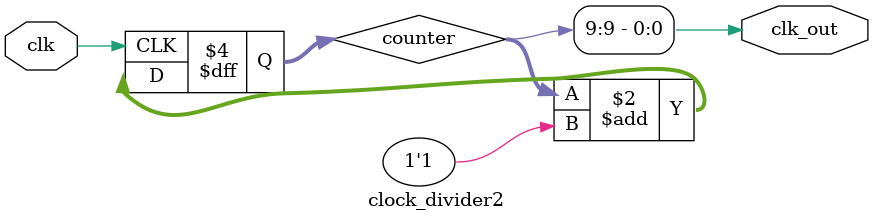
<source format=v>

module clock_divider2(clk, clk_out);

	input clk;
	output wire clk_out;
	
	reg [9:0] counter =10'b0;
	// The output is the msb of the counter
	assign clk_out = counter[9];
	
	always @(posedge clk)
		begin
			counter <= counter + 1'b1;
		end
		
endmodule
</source>
